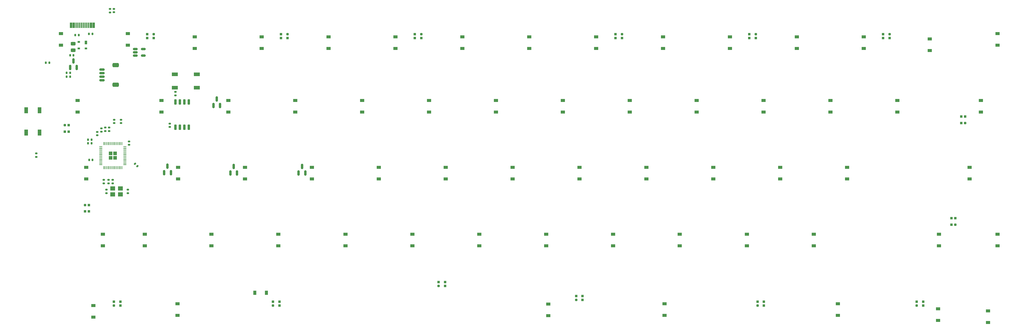
<source format=gbp>
%TF.GenerationSoftware,KiCad,Pcbnew,7.0.9-7.0.9~ubuntu22.04.1*%
%TF.CreationDate,2023-11-09T12:16:25-08:00*%
%TF.ProjectId,SST60,53535436-302e-46b6-9963-61645f706362,0.1*%
%TF.SameCoordinates,Original*%
%TF.FileFunction,Paste,Bot*%
%TF.FilePolarity,Positive*%
%FSLAX46Y46*%
G04 Gerber Fmt 4.6, Leading zero omitted, Abs format (unit mm)*
G04 Created by KiCad (PCBNEW 7.0.9-7.0.9~ubuntu22.04.1) date 2023-11-09 12:16:25*
%MOMM*%
%LPD*%
G01*
G04 APERTURE LIST*
G04 Aperture macros list*
%AMRoundRect*
0 Rectangle with rounded corners*
0 $1 Rounding radius*
0 $2 $3 $4 $5 $6 $7 $8 $9 X,Y pos of 4 corners*
0 Add a 4 corners polygon primitive as box body*
4,1,4,$2,$3,$4,$5,$6,$7,$8,$9,$2,$3,0*
0 Add four circle primitives for the rounded corners*
1,1,$1+$1,$2,$3*
1,1,$1+$1,$4,$5*
1,1,$1+$1,$6,$7*
1,1,$1+$1,$8,$9*
0 Add four rect primitives between the rounded corners*
20,1,$1+$1,$2,$3,$4,$5,0*
20,1,$1+$1,$4,$5,$6,$7,0*
20,1,$1+$1,$6,$7,$8,$9,0*
20,1,$1+$1,$8,$9,$2,$3,0*%
G04 Aperture macros list end*
%ADD10R,0.700000X1.000000*%
%ADD11R,0.700000X0.600000*%
%ADD12R,1.000000X1.700000*%
%ADD13R,1.200000X0.900000*%
%ADD14RoundRect,0.140000X-0.170000X0.140000X-0.170000X-0.140000X0.170000X-0.140000X0.170000X0.140000X0*%
%ADD15RoundRect,0.175000X0.175000X0.175000X-0.175000X0.175000X-0.175000X-0.175000X0.175000X-0.175000X0*%
%ADD16R,0.700000X0.700000*%
%ADD17R,0.900000X1.200000*%
%ADD18RoundRect,0.175000X-0.175000X-0.175000X0.175000X-0.175000X0.175000X0.175000X-0.175000X0.175000X0*%
%ADD19RoundRect,0.140000X0.170000X-0.140000X0.170000X0.140000X-0.170000X0.140000X-0.170000X-0.140000X0*%
%ADD20RoundRect,0.140000X0.140000X0.170000X-0.140000X0.170000X-0.140000X-0.170000X0.140000X-0.170000X0*%
%ADD21RoundRect,0.150000X0.150000X-0.587500X0.150000X0.587500X-0.150000X0.587500X-0.150000X-0.587500X0*%
%ADD22RoundRect,0.175000X-0.175000X0.175000X-0.175000X-0.175000X0.175000X-0.175000X0.175000X0.175000X0*%
%ADD23RoundRect,0.135000X0.185000X-0.135000X0.185000X0.135000X-0.185000X0.135000X-0.185000X-0.135000X0*%
%ADD24RoundRect,0.135000X0.135000X0.185000X-0.135000X0.185000X-0.135000X-0.185000X0.135000X-0.185000X0*%
%ADD25RoundRect,0.050000X-0.300000X-0.725000X0.300000X-0.725000X0.300000X0.725000X-0.300000X0.725000X0*%
%ADD26RoundRect,0.050000X-0.150000X-0.725000X0.150000X-0.725000X0.150000X0.725000X-0.150000X0.725000X0*%
%ADD27RoundRect,0.250000X0.292217X0.292217X-0.292217X0.292217X-0.292217X-0.292217X0.292217X-0.292217X0*%
%ADD28RoundRect,0.050000X0.387500X0.050000X-0.387500X0.050000X-0.387500X-0.050000X0.387500X-0.050000X0*%
%ADD29RoundRect,0.050000X0.050000X0.387500X-0.050000X0.387500X-0.050000X-0.387500X0.050000X-0.387500X0*%
%ADD30RoundRect,0.135000X-0.185000X0.135000X-0.185000X-0.135000X0.185000X-0.135000X0.185000X0.135000X0*%
%ADD31R,1.700000X1.000000*%
%ADD32RoundRect,0.150000X-0.625000X0.150000X-0.625000X-0.150000X0.625000X-0.150000X0.625000X0.150000X0*%
%ADD33RoundRect,0.250000X-0.650000X0.350000X-0.650000X-0.350000X0.650000X-0.350000X0.650000X0.350000X0*%
%ADD34RoundRect,0.135000X-0.135000X-0.185000X0.135000X-0.185000X0.135000X0.185000X-0.135000X0.185000X0*%
%ADD35RoundRect,0.175000X0.175000X-0.175000X0.175000X0.175000X-0.175000X0.175000X-0.175000X-0.175000X0*%
%ADD36R,1.400000X1.200000*%
%ADD37RoundRect,0.150000X-0.512500X-0.150000X0.512500X-0.150000X0.512500X0.150000X-0.512500X0.150000X0*%
%ADD38RoundRect,0.150000X-0.150000X0.650000X-0.150000X-0.650000X0.150000X-0.650000X0.150000X0.650000X0*%
%ADD39RoundRect,0.243750X-0.456250X0.243750X-0.456250X-0.243750X0.456250X-0.243750X0.456250X0.243750X0*%
%ADD40RoundRect,0.140000X-0.219203X-0.021213X-0.021213X-0.219203X0.219203X0.021213X0.021213X0.219203X0*%
G04 APERTURE END LIST*
D10*
%TO.C,U4*%
X51425000Y-51025000D03*
D11*
X51425000Y-52725000D03*
X49425000Y-52725000D03*
X49425000Y-50825000D03*
%TD*%
D12*
%TO.C,SW2*%
X34430000Y-70350000D03*
X34430000Y-76650000D03*
X38230000Y-70350000D03*
X38230000Y-76650000D03*
%TD*%
D13*
%TO.C,D19*%
X106275000Y-108900000D03*
X106275000Y-105600000D03*
%TD*%
D14*
%TO.C,C_3V-Decoup8*%
X57900000Y-90170000D03*
X57900000Y-91130000D03*
%TD*%
D13*
%TO.C,D46*%
X220575000Y-108900000D03*
X220575000Y-105600000D03*
%TD*%
D15*
%TO.C,D74*%
X104735000Y-125975000D03*
D16*
X104735000Y-124875000D03*
X106565000Y-124875000D03*
X106565000Y-125975000D03*
%TD*%
D17*
%TO.C,D15*%
X102810000Y-122330000D03*
X99510000Y-122330000D03*
%TD*%
D18*
%TO.C,D71*%
X70765000Y-48675000D03*
D16*
X70765000Y-49775000D03*
X68935000Y-49775000D03*
X68935000Y-48675000D03*
%TD*%
D13*
%TO.C,D63*%
X291725000Y-53300000D03*
X291725000Y-50000000D03*
%TD*%
%TO.C,D35*%
X187250000Y-70800000D03*
X187250000Y-67500000D03*
%TD*%
D19*
%TO.C,C_1V-Decoup2*%
X61430000Y-73990000D03*
X61430000Y-73030000D03*
%TD*%
D13*
%TO.C,D26*%
X149150000Y-70800000D03*
X149150000Y-67500000D03*
%TD*%
D20*
%TO.C,C_LDO2*%
X46930000Y-59650000D03*
X45970000Y-59650000D03*
%TD*%
D13*
%TO.C,D54*%
X263450000Y-70800000D03*
X263450000Y-67500000D03*
%TD*%
D19*
%TO.C,C_3V-Decoup2*%
X54700000Y-77455000D03*
X54700000Y-76495000D03*
%TD*%
D13*
%TO.C,D34*%
X177725000Y-52700000D03*
X177725000Y-49400000D03*
%TD*%
%TO.C,D50*%
X249175000Y-89875000D03*
X249175000Y-86575000D03*
%TD*%
D19*
%TO.C,C_Flash1*%
X75300000Y-75105000D03*
X75300000Y-74145000D03*
%TD*%
D21*
%TO.C,A*%
X75640000Y-88097500D03*
X74690000Y-86222500D03*
X73740000Y-88097500D03*
%TD*%
D22*
%TO.C,D84*%
X299000000Y-102890000D03*
D16*
X297900000Y-102890000D03*
X297900000Y-101060000D03*
X299000000Y-101060000D03*
%TD*%
D19*
%TO.C,C_3V-Decoup6*%
X63750000Y-80155000D03*
X63750000Y-79195000D03*
%TD*%
D13*
%TO.C,D48*%
X234875000Y-52700000D03*
X234875000Y-49400000D03*
%TD*%
%TO.C,D22*%
X134875000Y-89850000D03*
X134875000Y-86550000D03*
%TD*%
D19*
%TO.C,C_Crystal2*%
X57300000Y-93905000D03*
X57300000Y-92945000D03*
%TD*%
D13*
%TO.C,D40*%
X206300000Y-70800000D03*
X206300000Y-67500000D03*
%TD*%
D23*
%TO.C,R_Crystal1*%
X59075000Y-91135000D03*
X59075000Y-90115000D03*
%TD*%
D13*
%TO.C,D14*%
X96775000Y-89850000D03*
X96775000Y-86550000D03*
%TD*%
D24*
%TO.C,R_LED1*%
X41040000Y-56770000D03*
X40020000Y-56770000D03*
%TD*%
D21*
%TO.C,W*%
X88690000Y-67082500D03*
X87740000Y-68957500D03*
X89640000Y-68957500D03*
%TD*%
D15*
%TO.C,D78*%
X191060000Y-124370000D03*
D16*
X191060000Y-123270000D03*
X192890000Y-123270000D03*
X192890000Y-124370000D03*
%TD*%
D13*
%TO.C,D10*%
X77560000Y-128780000D03*
X77560000Y-125480000D03*
%TD*%
D18*
%TO.C,D77*%
X204115000Y-48650000D03*
D16*
X204115000Y-49750000D03*
X202285000Y-49750000D03*
X202285000Y-48650000D03*
%TD*%
D13*
%TO.C,D61*%
X294400000Y-108900000D03*
X294400000Y-105600000D03*
%TD*%
D25*
%TO.C,USB1*%
X47225000Y-46082500D03*
X48000000Y-46082500D03*
D26*
X48700000Y-46082500D03*
X49200000Y-46082500D03*
X49700000Y-46082500D03*
X50200000Y-46082500D03*
X50700000Y-46082500D03*
X51200000Y-46082500D03*
X51700000Y-46082500D03*
X52200000Y-46082500D03*
D25*
X52900000Y-46082500D03*
X53675000Y-46082500D03*
%TD*%
D13*
%TO.C,D9*%
X68200000Y-108900000D03*
X68200000Y-105600000D03*
%TD*%
%TO.C,D37*%
X182500000Y-108900000D03*
X182500000Y-105600000D03*
%TD*%
D19*
%TO.C,C_1V-Decoup1*%
X55850000Y-76455000D03*
X55850000Y-75495000D03*
%TD*%
D27*
%TO.C,U1*%
X59737500Y-83887500D03*
X59737500Y-82612500D03*
X58462500Y-83887500D03*
X58462500Y-82612500D03*
D28*
X62537500Y-80650000D03*
X62537500Y-81050000D03*
X62537500Y-81450000D03*
X62537500Y-81850000D03*
X62537500Y-82250000D03*
X62537500Y-82650000D03*
X62537500Y-83050000D03*
X62537500Y-83450000D03*
X62537500Y-83850000D03*
X62537500Y-84250000D03*
X62537500Y-84650000D03*
X62537500Y-85050000D03*
X62537500Y-85450000D03*
X62537500Y-85850000D03*
D29*
X61700000Y-86687500D03*
X61300000Y-86687500D03*
X60900000Y-86687500D03*
X60500000Y-86687500D03*
X60100000Y-86687500D03*
X59700000Y-86687500D03*
X59300000Y-86687500D03*
X58900000Y-86687500D03*
X58500000Y-86687500D03*
X58100000Y-86687500D03*
X57700000Y-86687500D03*
X57300000Y-86687500D03*
X56900000Y-86687500D03*
X56500000Y-86687500D03*
D28*
X55662500Y-85850000D03*
X55662500Y-85450000D03*
X55662500Y-85050000D03*
X55662500Y-84650000D03*
X55662500Y-84250000D03*
X55662500Y-83850000D03*
X55662500Y-83450000D03*
X55662500Y-83050000D03*
X55662500Y-82650000D03*
X55662500Y-82250000D03*
X55662500Y-81850000D03*
X55662500Y-81450000D03*
X55662500Y-81050000D03*
X55662500Y-80650000D03*
D29*
X56500000Y-79812500D03*
X56900000Y-79812500D03*
X57300000Y-79812500D03*
X57700000Y-79812500D03*
X58100000Y-79812500D03*
X58500000Y-79812500D03*
X58900000Y-79812500D03*
X59300000Y-79812500D03*
X59700000Y-79812500D03*
X60100000Y-79812500D03*
X60500000Y-79812500D03*
X60900000Y-79812500D03*
X61300000Y-79812500D03*
X61700000Y-79812500D03*
%TD*%
D13*
%TO.C,D39*%
X196775000Y-52700000D03*
X196775000Y-49400000D03*
%TD*%
%TO.C,D2*%
X49125000Y-70800000D03*
X49125000Y-67500000D03*
%TD*%
%TO.C,D6*%
X63425000Y-51750000D03*
X63425000Y-48450000D03*
%TD*%
D20*
%TO.C,C_3V-Decoup7*%
X53030000Y-78700000D03*
X52070000Y-78700000D03*
%TD*%
D15*
%TO.C,D72*%
X59410000Y-125975000D03*
D16*
X59410000Y-124875000D03*
X61240000Y-124875000D03*
X61240000Y-125975000D03*
%TD*%
D18*
%TO.C,D75*%
X146965000Y-48675000D03*
D16*
X146965000Y-49775000D03*
X145135000Y-49775000D03*
X145135000Y-48675000D03*
%TD*%
D20*
%TO.C,C_LDO1*%
X47930000Y-54625000D03*
X46970000Y-54625000D03*
%TD*%
D13*
%TO.C,D1*%
X44375000Y-51750000D03*
X44375000Y-48450000D03*
%TD*%
%TO.C,D67*%
X311075000Y-108900000D03*
X311075000Y-105600000D03*
%TD*%
%TO.C,D13*%
X92000000Y-70800000D03*
X92000000Y-67500000D03*
%TD*%
D30*
%TO.C,R_DATA2*%
X56925000Y-75240000D03*
X56925000Y-76260000D03*
%TD*%
D24*
%TO.C,R_USB1*%
X49460000Y-48900000D03*
X48440000Y-48900000D03*
%TD*%
D20*
%TO.C,C_3V-Decoup4*%
X53310000Y-84440000D03*
X52350000Y-84440000D03*
%TD*%
D13*
%TO.C,D21*%
X130100000Y-70800000D03*
X130100000Y-67500000D03*
%TD*%
%TO.C,D52*%
X216210000Y-125450000D03*
X216210000Y-128750000D03*
%TD*%
D30*
%TO.C,R_DATA1*%
X58075000Y-75240000D03*
X58075000Y-76260000D03*
%TD*%
D16*
%TO.C,D76*%
X153705000Y-120330000D03*
X153705000Y-119230000D03*
X151875000Y-119230000D03*
D15*
X151875000Y-120330000D03*
%TD*%
D18*
%TO.C,D79*%
X242215000Y-48675000D03*
D16*
X242215000Y-49775000D03*
X240385000Y-49775000D03*
X240385000Y-48675000D03*
%TD*%
D13*
%TO.C,D4*%
X56275000Y-108900000D03*
X56275000Y-105600000D03*
%TD*%
D21*
%TO.C,S*%
X93540000Y-86312500D03*
X94490000Y-88187500D03*
X92590000Y-88187500D03*
%TD*%
D13*
%TO.C,D3*%
X51525000Y-89850000D03*
X51525000Y-86550000D03*
%TD*%
%TO.C,D36*%
X192025000Y-89850000D03*
X192025000Y-86550000D03*
%TD*%
%TO.C,D12*%
X82475000Y-52700000D03*
X82475000Y-49400000D03*
%TD*%
%TO.C,D25*%
X139625000Y-52700000D03*
X139625000Y-49400000D03*
%TD*%
D31*
%TO.C,SW1*%
X83050000Y-60060000D03*
X76750000Y-60060000D03*
X83050000Y-63860000D03*
X76750000Y-63860000D03*
%TD*%
D13*
%TO.C,D30*%
X158675000Y-52700000D03*
X158675000Y-49400000D03*
%TD*%
%TO.C,D51*%
X239650000Y-108900000D03*
X239650000Y-105600000D03*
%TD*%
D32*
%TO.C,J1*%
X56050000Y-58750000D03*
X56050000Y-59750000D03*
X56050000Y-60750000D03*
X56050000Y-61750000D03*
D33*
X59925000Y-57450000D03*
X59925000Y-63050000D03*
%TD*%
D34*
%TO.C,R_USB2*%
X52265000Y-48600000D03*
X53285000Y-48600000D03*
%TD*%
D13*
%TO.C,D28*%
X144400000Y-108900000D03*
X144400000Y-105600000D03*
%TD*%
%TO.C,D38*%
X183110000Y-128790000D03*
X183110000Y-125490000D03*
%TD*%
D14*
%TO.C,C_Crystal1*%
X63400000Y-92945000D03*
X63400000Y-93905000D03*
%TD*%
D13*
%TO.C,D45*%
X230100000Y-89850000D03*
X230100000Y-86550000D03*
%TD*%
D20*
%TO.C,C_3V-Decoup5*%
X53030000Y-79750000D03*
X52070000Y-79750000D03*
%TD*%
D30*
%TO.C,R_Shield1*%
X58275000Y-41415000D03*
X58275000Y-42435000D03*
%TD*%
D13*
%TO.C,D32*%
X172950000Y-89850000D03*
X172950000Y-86550000D03*
%TD*%
%TO.C,D55*%
X268200000Y-89850000D03*
X268200000Y-86550000D03*
%TD*%
%TO.C,D49*%
X244400000Y-70800000D03*
X244400000Y-67500000D03*
%TD*%
D35*
%TO.C,D70*%
X51225000Y-97310000D03*
D16*
X52325000Y-97310000D03*
X52325000Y-99140000D03*
X51225000Y-99140000D03*
%TD*%
D13*
%TO.C,D5*%
X53530000Y-129280000D03*
X53530000Y-125980000D03*
%TD*%
D36*
%TO.C,Y1*%
X59075000Y-92575000D03*
X61275000Y-92575000D03*
X61275000Y-94275000D03*
X59075000Y-94275000D03*
%TD*%
D13*
%TO.C,D23*%
X125350000Y-108900000D03*
X125350000Y-105600000D03*
%TD*%
D37*
%TO.C,U5*%
X65542500Y-54740000D03*
X65542500Y-53790000D03*
X65542500Y-52840000D03*
X67817500Y-52840000D03*
X67817500Y-54740000D03*
%TD*%
D13*
%TO.C,D20*%
X120575000Y-52700000D03*
X120575000Y-49400000D03*
%TD*%
%TO.C,D42*%
X201550000Y-108900000D03*
X201550000Y-105600000D03*
%TD*%
%TO.C,D64*%
X303125000Y-89875000D03*
X303125000Y-86575000D03*
%TD*%
%TO.C,D65*%
X311075000Y-51750000D03*
X311075000Y-48450000D03*
%TD*%
%TO.C,D16*%
X101525000Y-52700000D03*
X101525000Y-49400000D03*
%TD*%
%TO.C,D56*%
X258700000Y-108900000D03*
X258700000Y-105600000D03*
%TD*%
%TO.C,D27*%
X153900000Y-89850000D03*
X153900000Y-86550000D03*
%TD*%
D21*
%TO.C,U3*%
X48850000Y-58162500D03*
X46950000Y-58162500D03*
X47900000Y-56287500D03*
%TD*%
D13*
%TO.C,D59*%
X282500000Y-70800000D03*
X282500000Y-67500000D03*
%TD*%
D15*
%TO.C,D82*%
X288010000Y-125975000D03*
D16*
X288010000Y-124875000D03*
X289840000Y-124875000D03*
X289840000Y-125975000D03*
%TD*%
D18*
%TO.C,D81*%
X280315000Y-48675000D03*
D16*
X280315000Y-49775000D03*
X278485000Y-49775000D03*
X278485000Y-48675000D03*
%TD*%
D13*
%TO.C,D58*%
X272975000Y-52700000D03*
X272975000Y-49400000D03*
%TD*%
D19*
%TO.C,C_3V-Decoup3*%
X59510000Y-74000000D03*
X59510000Y-73040000D03*
%TD*%
D13*
%TO.C,D57*%
X265590000Y-128770000D03*
X265590000Y-125470000D03*
%TD*%
D18*
%TO.C,D73*%
X108865000Y-48675000D03*
D16*
X108865000Y-49775000D03*
X107035000Y-49775000D03*
X107035000Y-48675000D03*
%TD*%
D13*
%TO.C,D43*%
X215825000Y-52700000D03*
X215825000Y-49400000D03*
%TD*%
%TO.C,D68*%
X308300000Y-130780000D03*
X308300000Y-127480000D03*
%TD*%
D14*
%TO.C,C_1V-Decoup3*%
X56550000Y-90170000D03*
X56550000Y-91130000D03*
%TD*%
D22*
%TO.C,D83*%
X301775000Y-73965000D03*
D16*
X300675000Y-73965000D03*
X300675000Y-72135000D03*
X301775000Y-72135000D03*
%TD*%
D13*
%TO.C,D66*%
X306325000Y-70800000D03*
X306325000Y-67500000D03*
%TD*%
%TO.C,D62*%
X294100000Y-130200000D03*
X294100000Y-126900000D03*
%TD*%
%TO.C,D18*%
X115800000Y-89850000D03*
X115800000Y-86550000D03*
%TD*%
D15*
%TO.C,D80*%
X242680000Y-125975000D03*
D16*
X242680000Y-124875000D03*
X244510000Y-124875000D03*
X244510000Y-125975000D03*
%TD*%
D19*
%TO.C,C_Shield1*%
X59400000Y-42405000D03*
X59400000Y-41445000D03*
%TD*%
D13*
%TO.C,D33*%
X163450000Y-108900000D03*
X163450000Y-105600000D03*
%TD*%
%TO.C,D8*%
X77725000Y-89850000D03*
X77725000Y-86550000D03*
%TD*%
D38*
%TO.C,U2*%
X76920000Y-67925000D03*
X78190000Y-67925000D03*
X79460000Y-67925000D03*
X80730000Y-67925000D03*
X80730000Y-75125000D03*
X79460000Y-75125000D03*
X78190000Y-75125000D03*
X76920000Y-75125000D03*
%TD*%
D13*
%TO.C,D44*%
X225350000Y-70800000D03*
X225350000Y-67500000D03*
%TD*%
D23*
%TO.C,R_RST1*%
X37300000Y-83585000D03*
X37300000Y-82565000D03*
%TD*%
D13*
%TO.C,D53*%
X253925000Y-52700000D03*
X253925000Y-49400000D03*
%TD*%
%TO.C,D7*%
X72950000Y-70800000D03*
X72950000Y-67500000D03*
%TD*%
D39*
%TO.C,F1*%
X47850000Y-51337500D03*
X47850000Y-53212500D03*
%TD*%
D40*
%TO.C,C_3V-Decoup9*%
X65410589Y-85560589D03*
X66089411Y-86239411D03*
%TD*%
D13*
%TO.C,D31*%
X168200000Y-70800000D03*
X168200000Y-67500000D03*
%TD*%
%TO.C,D11*%
X87225000Y-108900000D03*
X87225000Y-105600000D03*
%TD*%
D20*
%TO.C,C_3V-Decoup1*%
X46930000Y-60750000D03*
X45970000Y-60750000D03*
%TD*%
D13*
%TO.C,D41*%
X211075000Y-89850000D03*
X211075000Y-86550000D03*
%TD*%
D35*
%TO.C,D69*%
X45475000Y-74585000D03*
D16*
X46575000Y-74585000D03*
X46575000Y-76415000D03*
X45475000Y-76415000D03*
%TD*%
D21*
%TO.C,D*%
X113930000Y-88207500D03*
X112980000Y-86332500D03*
X112030000Y-88207500D03*
%TD*%
D30*
%TO.C,R_Flash1*%
X76900000Y-65090000D03*
X76900000Y-66110000D03*
%TD*%
D13*
%TO.C,D17*%
X111050000Y-70800000D03*
X111050000Y-67500000D03*
%TD*%
M02*

</source>
